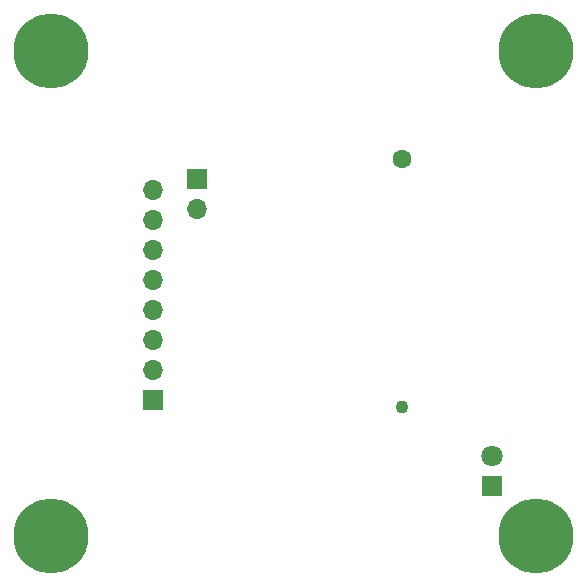
<source format=gbs>
G04 #@! TF.GenerationSoftware,KiCad,Pcbnew,(5.1.10)-1*
G04 #@! TF.CreationDate,2022-05-02T10:13:03-04:00*
G04 #@! TF.ProjectId,SD_CARD_X49,53445f43-4152-4445-9f58-34392e6b6963,1*
G04 #@! TF.SameCoordinates,Original*
G04 #@! TF.FileFunction,Soldermask,Bot*
G04 #@! TF.FilePolarity,Negative*
%FSLAX46Y46*%
G04 Gerber Fmt 4.6, Leading zero omitted, Abs format (unit mm)*
G04 Created by KiCad (PCBNEW (5.1.10)-1) date 2022-05-02 10:13:03*
%MOMM*%
%LPD*%
G01*
G04 APERTURE LIST*
%ADD10C,6.350000*%
%ADD11R,1.800000X1.800000*%
%ADD12C,1.800000*%
%ADD13C,1.600000*%
%ADD14C,1.100000*%
%ADD15R,1.700000X1.700000*%
%ADD16O,1.700000X1.700000*%
G04 APERTURE END LIST*
D10*
X14000000Y-55000000D03*
X55000000Y-55000000D03*
X55000000Y-14000000D03*
X14000000Y-14000000D03*
D11*
X51308000Y-50800000D03*
D12*
X51308000Y-48260000D03*
D13*
X43688000Y-23107000D03*
D14*
X43688000Y-44107000D03*
D15*
X22600000Y-43500000D03*
D16*
X22600000Y-40960000D03*
X22600000Y-38420000D03*
X22600000Y-35880000D03*
X22600000Y-33340000D03*
X22600000Y-30800000D03*
X22600000Y-28260000D03*
X22600000Y-25720000D03*
D15*
X26325001Y-24825001D03*
D16*
X26325001Y-27365001D03*
M02*

</source>
